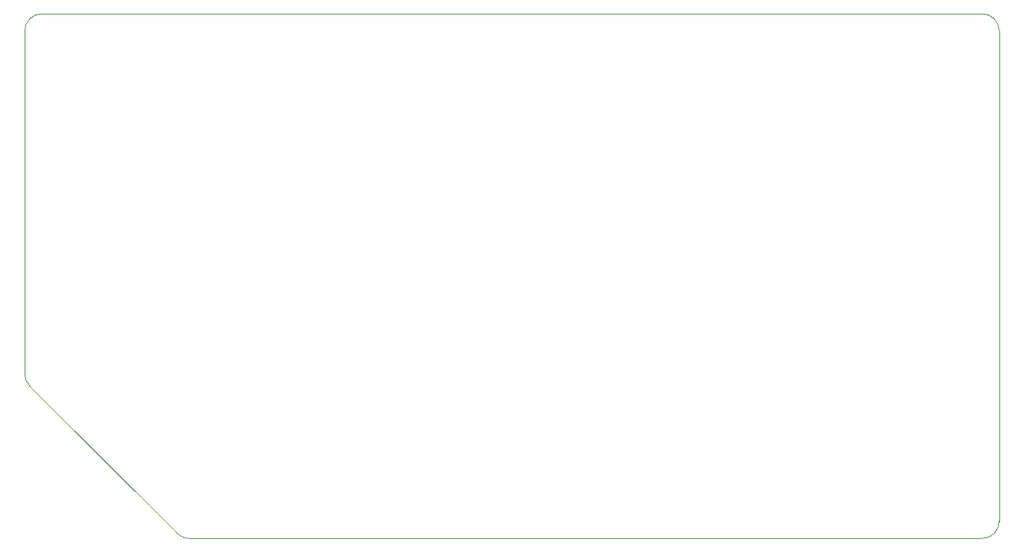
<source format=gbr>
%TF.GenerationSoftware,KiCad,Pcbnew,7.0.11*%
%TF.CreationDate,2024-03-06T00:08:59+00:00*%
%TF.ProjectId,LHS Breakbeat,4c485320-4272-4656-916b-626561742e6b,Vol 1*%
%TF.SameCoordinates,Original*%
%TF.FileFunction,Profile,NP*%
%FSLAX46Y46*%
G04 Gerber Fmt 4.6, Leading zero omitted, Abs format (unit mm)*
G04 Created by KiCad (PCBNEW 7.0.11) date 2024-03-06 00:08:59*
%MOMM*%
%LPD*%
G01*
G04 APERTURE LIST*
%TA.AperFunction,Profile*%
%ADD10C,0.100000*%
%TD*%
G04 APERTURE END LIST*
D10*
X86999978Y-108171573D02*
G75*
G03*
X87585787Y-109585787I2000122J73D01*
G01*
X201000000Y-125400000D02*
X201000000Y-68000000D01*
X87585787Y-109585787D02*
X104814214Y-126814214D01*
X199000000Y-127400000D02*
G75*
G03*
X201000000Y-125400000I0J2000000D01*
G01*
X89000000Y-66000000D02*
G75*
G03*
X87000000Y-68000000I0J-2000000D01*
G01*
X104814200Y-126814228D02*
G75*
G03*
X106228427Y-127400000I1414200J1414228D01*
G01*
X87000000Y-68000000D02*
X87000000Y-108171573D01*
X106228427Y-127400000D02*
X199000000Y-127400000D01*
X199000000Y-66000000D02*
X89000000Y-66000000D01*
X201000000Y-68000000D02*
G75*
G03*
X199000000Y-66000000I-2000000J0D01*
G01*
M02*

</source>
